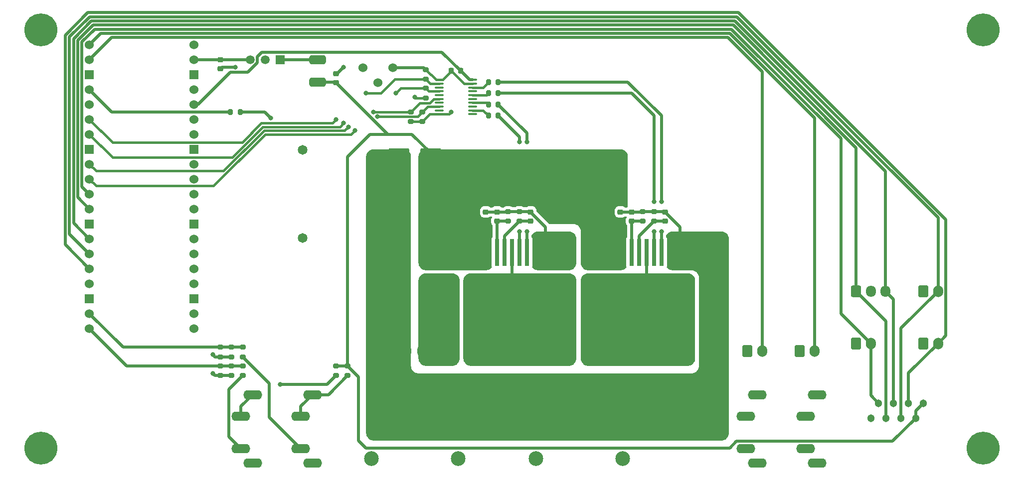
<source format=gbr>
%TF.GenerationSoftware,KiCad,Pcbnew,6.0.2+dfsg-1*%
%TF.CreationDate,2022-12-07T15:13:48-05:00*%
%TF.ProjectId,dragon-lair-board,64726167-6f6e-42d6-9c61-69722d626f61,rev?*%
%TF.SameCoordinates,Original*%
%TF.FileFunction,Copper,L1,Top*%
%TF.FilePolarity,Positive*%
%FSLAX46Y46*%
G04 Gerber Fmt 4.6, Leading zero omitted, Abs format (unit mm)*
G04 Created by KiCad (PCBNEW 6.0.2+dfsg-1) date 2022-12-07 15:13:48*
%MOMM*%
%LPD*%
G01*
G04 APERTURE LIST*
G04 Aperture macros list*
%AMRoundRect*
0 Rectangle with rounded corners*
0 $1 Rounding radius*
0 $2 $3 $4 $5 $6 $7 $8 $9 X,Y pos of 4 corners*
0 Add a 4 corners polygon primitive as box body*
4,1,4,$2,$3,$4,$5,$6,$7,$8,$9,$2,$3,0*
0 Add four circle primitives for the rounded corners*
1,1,$1+$1,$2,$3*
1,1,$1+$1,$4,$5*
1,1,$1+$1,$6,$7*
1,1,$1+$1,$8,$9*
0 Add four rect primitives between the rounded corners*
20,1,$1+$1,$2,$3,$4,$5,0*
20,1,$1+$1,$4,$5,$6,$7,0*
20,1,$1+$1,$6,$7,$8,$9,0*
20,1,$1+$1,$8,$9,$2,$3,0*%
G04 Aperture macros list end*
%TA.AperFunction,ComponentPad*%
%ADD10C,1.651000*%
%TD*%
%TA.AperFunction,SMDPad,CuDef*%
%ADD11RoundRect,0.200000X0.275000X-0.200000X0.275000X0.200000X-0.275000X0.200000X-0.275000X-0.200000X0*%
%TD*%
%TA.AperFunction,SMDPad,CuDef*%
%ADD12R,0.800000X4.600000*%
%TD*%
%TA.AperFunction,SMDPad,CuDef*%
%ADD13R,10.800000X9.400000*%
%TD*%
%TA.AperFunction,SMDPad,CuDef*%
%ADD14RoundRect,0.200000X0.200000X0.275000X-0.200000X0.275000X-0.200000X-0.275000X0.200000X-0.275000X0*%
%TD*%
%TA.AperFunction,SMDPad,CuDef*%
%ADD15RoundRect,0.200000X-0.275000X0.200000X-0.275000X-0.200000X0.275000X-0.200000X0.275000X0.200000X0*%
%TD*%
%TA.AperFunction,ComponentPad*%
%ADD16RoundRect,0.250000X-0.600000X-0.750000X0.600000X-0.750000X0.600000X0.750000X-0.600000X0.750000X0*%
%TD*%
%TA.AperFunction,ComponentPad*%
%ADD17O,1.700000X2.000000*%
%TD*%
%TA.AperFunction,SMDPad,CuDef*%
%ADD18RoundRect,0.225000X-0.250000X0.225000X-0.250000X-0.225000X0.250000X-0.225000X0.250000X0.225000X0*%
%TD*%
%TA.AperFunction,SMDPad,CuDef*%
%ADD19RoundRect,0.225000X0.250000X-0.225000X0.250000X0.225000X-0.250000X0.225000X-0.250000X-0.225000X0*%
%TD*%
%TA.AperFunction,ComponentPad*%
%ADD20O,3.200000X1.600000*%
%TD*%
%TA.AperFunction,ComponentPad*%
%ADD21C,5.600000*%
%TD*%
%TA.AperFunction,SMDPad,CuDef*%
%ADD22RoundRect,0.250000X1.500000X0.550000X-1.500000X0.550000X-1.500000X-0.550000X1.500000X-0.550000X0*%
%TD*%
%TA.AperFunction,ComponentPad*%
%ADD23C,1.524000*%
%TD*%
%TA.AperFunction,SMDPad,CuDef*%
%ADD24RoundRect,0.400000X-1.000000X0.400000X-1.000000X-0.400000X1.000000X-0.400000X1.000000X0.400000X0*%
%TD*%
%TA.AperFunction,ComponentPad*%
%ADD25C,1.303000*%
%TD*%
%TA.AperFunction,SMDPad,CuDef*%
%ADD26RoundRect,0.200000X-0.200000X-0.275000X0.200000X-0.275000X0.200000X0.275000X-0.200000X0.275000X0*%
%TD*%
%TA.AperFunction,ComponentPad*%
%ADD27RoundRect,0.250000X-0.600000X-0.725000X0.600000X-0.725000X0.600000X0.725000X-0.600000X0.725000X0*%
%TD*%
%TA.AperFunction,ComponentPad*%
%ADD28O,1.700000X1.950000*%
%TD*%
%TA.AperFunction,ComponentPad*%
%ADD29C,3.500000*%
%TD*%
%TA.AperFunction,ComponentPad*%
%ADD30R,1.524000X1.524000*%
%TD*%
%TA.AperFunction,ComponentPad*%
%ADD31C,2.500000*%
%TD*%
%TA.AperFunction,ComponentPad*%
%ADD32O,7.000000X3.000000*%
%TD*%
%TA.AperFunction,SMDPad,CuDef*%
%ADD33RoundRect,0.100000X-0.637500X-0.100000X0.637500X-0.100000X0.637500X0.100000X-0.637500X0.100000X0*%
%TD*%
%TA.AperFunction,SMDPad,CuDef*%
%ADD34RoundRect,0.225000X0.225000X0.250000X-0.225000X0.250000X-0.225000X-0.250000X0.225000X-0.250000X0*%
%TD*%
%TA.AperFunction,ComponentPad*%
%ADD35R,1.508000X1.508000*%
%TD*%
%TA.AperFunction,ComponentPad*%
%ADD36C,1.508000*%
%TD*%
%TA.AperFunction,ViaPad*%
%ADD37C,0.800000*%
%TD*%
%TA.AperFunction,Conductor*%
%ADD38C,0.508000*%
%TD*%
%TA.AperFunction,Conductor*%
%ADD39C,0.400000*%
%TD*%
G04 APERTURE END LIST*
D10*
%TO.P,BZ1,1,-*%
%TO.N,BUZZER*%
X77470000Y-76320000D03*
%TO.P,BZ1,2,+*%
%TO.N,GND*%
X77470000Y-91320000D03*
%TD*%
D11*
%TO.P,R3,1*%
%TO.N,GND*%
X97790000Y-71500000D03*
%TO.P,R3,2*%
%TO.N,ON_B*%
X97790000Y-69850000D03*
%TD*%
D12*
%TO.P,Q1,1*%
%TO.N,GND*%
X139700000Y-93720000D03*
%TO.P,Q1,2,IN*%
%TO.N,IN_A*%
X138430000Y-93720000D03*
%TO.P,Q1,3,INH*%
%TO.N,INH_A*%
X137160000Y-93720000D03*
%TO.P,Q1,4*%
%TO.N,MOTOR_A*%
X135890000Y-93720000D03*
%TO.P,Q1,5,SR*%
%TO.N,Net-(C12-Pad1)*%
X134620000Y-93720000D03*
%TO.P,Q1,6,IS*%
%TO.N,Net-(C11-Pad1)*%
X133350000Y-93720000D03*
%TO.P,Q1,7*%
%TO.N,+12V*%
X132080000Y-93720000D03*
D13*
%TO.P,Q1,8*%
%TO.N,MOTOR_A*%
X135890000Y-102870000D03*
%TD*%
D14*
%TO.P,R14,1*%
%TO.N,INH_B*%
X110680000Y-70485000D03*
%TO.P,R14,2*%
%TO.N,Net-(R14-Pad2)*%
X109030000Y-70485000D03*
%TD*%
D15*
%TO.P,R2,1*%
%TO.N,SAFE_TO_MOVE_2*%
X63500000Y-109855000D03*
%TO.P,R2,2*%
%TO.N,GND*%
X63500000Y-111505000D03*
%TD*%
D16*
%TO.P,J5,1,Pin_1*%
%TO.N,GND*%
X182880000Y-109220000D03*
D17*
%TO.P,J5,2,Pin_2*%
%TO.N,OPEN*%
X185380000Y-109220000D03*
%TD*%
D16*
%TO.P,J4,1,Pin_1*%
%TO.N,GND*%
X182880000Y-100330000D03*
D17*
%TO.P,J4,2,Pin_2*%
%TO.N,CLOSE*%
X185380000Y-100330000D03*
%TD*%
D18*
%TO.P,C2,1*%
%TO.N,+5V*%
X63500000Y-60960000D03*
%TO.P,C2,2*%
%TO.N,GND*%
X63500000Y-62510000D03*
%TD*%
D11*
%TO.P,R20,1*%
%TO.N,GND*%
X65405000Y-111505000D03*
%TO.P,R20,2*%
%TO.N,SAFE_TO_MOVE_2*%
X65405000Y-109855000D03*
%TD*%
%TO.P,R13,1*%
%TO.N,GND*%
X95885000Y-71500000D03*
%TO.P,R13,2*%
%TO.N,BACKWARD_MOTOR*%
X95885000Y-69850000D03*
%TD*%
D15*
%TO.P,R19,1*%
%TO.N,SAFE_TO_MOVE_2*%
X67310000Y-109855000D03*
%TO.P,R19,2*%
%TO.N,Net-(J7-Pad2)*%
X67310000Y-111505000D03*
%TD*%
D19*
%TO.P,C5,1*%
%TO.N,+12V*%
X108585000Y-88405000D03*
%TO.P,C5,2*%
%TO.N,GND*%
X108585000Y-86855000D03*
%TD*%
D20*
%TO.P,J9,1*%
%TO.N,GND*%
X164872500Y-129530000D03*
%TO.P,J9,2*%
%TO.N,OPEN_LIMIT*%
X162872500Y-127130000D03*
%TO.P,J9,3*%
%TO.N,unconnected-(J9-Pad3)*%
X162872500Y-121630000D03*
%TO.P,J9,4*%
%TO.N,unconnected-(J9-Pad4)*%
X164872500Y-117930000D03*
%TD*%
D21*
%TO.P,H4,1,1*%
%TO.N,unconnected-(H4-Pad1)*%
X193040000Y-127000000D03*
%TD*%
D19*
%TO.P,C9,1*%
%TO.N,MOTOR_A*%
X142875000Y-97930000D03*
%TO.P,C9,2*%
%TO.N,GND*%
X142875000Y-96380000D03*
%TD*%
D21*
%TO.P,H2,1,1*%
%TO.N,unconnected-(H2-Pad1)*%
X33020000Y-127000000D03*
%TD*%
D11*
%TO.P,R16,1*%
%TO.N,Net-(C12-Pad1)*%
X137160000Y-88455000D03*
%TO.P,R16,2*%
%TO.N,GND*%
X137160000Y-86805000D03*
%TD*%
D16*
%TO.P,J2,1,Pin_1*%
%TO.N,GND*%
X153035000Y-110490000D03*
D17*
%TO.P,J2,2,Pin_2*%
%TO.N,CLOSE_LIMIT*%
X155535000Y-110490000D03*
%TD*%
D22*
%TO.P,C4,1*%
%TO.N,+12V*%
X99220000Y-76835000D03*
%TO.P,C4,2*%
%TO.N,GND*%
X93820000Y-76835000D03*
%TD*%
D19*
%TO.P,C14,1*%
%TO.N,Net-(C14-Pad1)*%
X110490000Y-88405000D03*
%TO.P,C14,2*%
%TO.N,GND*%
X110490000Y-86855000D03*
%TD*%
D15*
%TO.P,R21,1*%
%TO.N,SAFE_TO_MOVE_1*%
X67310000Y-113030000D03*
%TO.P,R21,2*%
%TO.N,Net-(J8-Pad2)*%
X67310000Y-114680000D03*
%TD*%
D21*
%TO.P,H3,1,1*%
%TO.N,unconnected-(H3-Pad1)*%
X33020000Y-55880000D03*
%TD*%
D23*
%TO.P,RV1,1,1*%
%TO.N,ADC_REF*%
X87725000Y-62325000D03*
%TO.P,RV1,2,2*%
%TO.N,MAX_SPEED*%
X90265000Y-64865000D03*
%TO.P,RV1,3,3*%
%TO.N,GND*%
X92805000Y-62325000D03*
%TD*%
D21*
%TO.P,H1,1,1*%
%TO.N,unconnected-(H1-Pad1)*%
X193040000Y-55880000D03*
%TD*%
D11*
%TO.P,R18,1*%
%TO.N,Net-(C14-Pad1)*%
X112395000Y-88455000D03*
%TO.P,R18,2*%
%TO.N,GND*%
X112395000Y-86805000D03*
%TD*%
D24*
%TO.P,D1,1,K*%
%TO.N,Net-(D1-Pad1)*%
X80010000Y-60960000D03*
%TO.P,D1,2,A*%
%TO.N,+12V*%
X80010000Y-64760000D03*
%TD*%
D14*
%TO.P,R9,1*%
%TO.N,INH_A*%
X110680000Y-66675000D03*
%TO.P,R9,2*%
%TO.N,Net-(R9-Pad2)*%
X109030000Y-66675000D03*
%TD*%
D11*
%TO.P,R22,1*%
%TO.N,GND*%
X65405000Y-114680000D03*
%TO.P,R22,2*%
%TO.N,SAFE_TO_MOVE_1*%
X65405000Y-113030000D03*
%TD*%
D20*
%TO.P,J10,1*%
%TO.N,GND*%
X154712500Y-129530000D03*
%TO.P,J10,2*%
%TO.N,CLOSE_LIMIT*%
X152712500Y-127130000D03*
%TO.P,J10,3*%
%TO.N,unconnected-(J10-Pad3)*%
X152712500Y-121630000D03*
%TO.P,J10,4*%
%TO.N,unconnected-(J10-Pad4)*%
X154712500Y-117930000D03*
%TD*%
D11*
%TO.P,R15,1*%
%TO.N,Net-(C11-Pad1)*%
X135255000Y-88455000D03*
%TO.P,R15,2*%
%TO.N,GND*%
X135255000Y-86805000D03*
%TD*%
D14*
%TO.P,R12,1*%
%TO.N,IN_B*%
X110680000Y-68580000D03*
%TO.P,R12,2*%
%TO.N,Net-(R12-Pad2)*%
X109030000Y-68580000D03*
%TD*%
D19*
%TO.P,C1,1*%
%TO.N,+12V*%
X83185000Y-64910000D03*
%TO.P,C1,2*%
%TO.N,GND*%
X83185000Y-63360000D03*
%TD*%
D11*
%TO.P,R6,1*%
%TO.N,Net-(J8-Pad3)*%
X83185000Y-114680000D03*
%TO.P,R6,2*%
%TO.N,+12V*%
X83185000Y-113030000D03*
%TD*%
D25*
%TO.P,J15,1,1*%
%TO.N,GND*%
X173990000Y-121920000D03*
%TO.P,J15,2,2*%
%TO.N,ABORT*%
X175260000Y-119380000D03*
%TO.P,J15,3,3*%
%TO.N,TOGGLE_OPEN*%
X176530000Y-121920000D03*
%TO.P,J15,4,4*%
%TO.N,TOGGLE_CLOSE*%
X177800000Y-119380000D03*
%TO.P,J15,5,5*%
%TO.N,CLOSE*%
X179070000Y-121920000D03*
%TO.P,J15,6,6*%
%TO.N,OPEN*%
X180340000Y-119380000D03*
%TO.P,J15,7,7*%
%TO.N,+12V*%
X181610000Y-121920000D03*
%TO.P,J15,8,8*%
X182880000Y-119380000D03*
%TD*%
D19*
%TO.P,C6,1*%
%TO.N,+12V*%
X131445000Y-88405000D03*
%TO.P,C6,2*%
%TO.N,GND*%
X131445000Y-86855000D03*
%TD*%
D16*
%TO.P,J6,1,Pin_1*%
%TO.N,GND*%
X171450000Y-109220000D03*
D17*
%TO.P,J6,2,Pin_2*%
%TO.N,ABORT*%
X173950000Y-109220000D03*
%TD*%
D26*
%TO.P,R11,1*%
%TO.N,Net-(R11-Pad1)*%
X65215000Y-69850000D03*
%TO.P,R11,2*%
%TO.N,BUZZER*%
X66865000Y-69850000D03*
%TD*%
D19*
%TO.P,C12,1*%
%TO.N,Net-(C12-Pad1)*%
X139065000Y-88405000D03*
%TO.P,C12,2*%
%TO.N,GND*%
X139065000Y-86855000D03*
%TD*%
D11*
%TO.P,R5,1*%
%TO.N,Net-(J7-Pad3)*%
X85090000Y-114680000D03*
%TO.P,R5,2*%
%TO.N,+12V*%
X85090000Y-113030000D03*
%TD*%
D27*
%TO.P,J1,1,Pin_1*%
%TO.N,TOGGLE_OPEN*%
X171450000Y-100330000D03*
D28*
%TO.P,J1,2,Pin_2*%
%TO.N,GND*%
X173950000Y-100330000D03*
%TO.P,J1,3,Pin_3*%
%TO.N,TOGGLE_CLOSE*%
X176450000Y-100330000D03*
%TD*%
D11*
%TO.P,R10,1*%
%TO.N,GND*%
X98425000Y-67500000D03*
%TO.P,R10,2*%
%TO.N,ON_A*%
X98425000Y-65850000D03*
%TD*%
D16*
%TO.P,J3,1,Pin_1*%
%TO.N,GND*%
X161925000Y-110490000D03*
D17*
%TO.P,J3,2,Pin_2*%
%TO.N,OPEN_LIMIT*%
X164425000Y-110490000D03*
%TD*%
D18*
%TO.P,C7,1*%
%TO.N,+12V*%
X128905000Y-96380000D03*
%TO.P,C7,2*%
%TO.N,MOTOR_A*%
X128905000Y-97930000D03*
%TD*%
D11*
%TO.P,R17,1*%
%TO.N,Net-(C13-Pad1)*%
X114300000Y-88455000D03*
%TO.P,R17,2*%
%TO.N,GND*%
X114300000Y-86805000D03*
%TD*%
D20*
%TO.P,J8,1*%
%TO.N,GND*%
X68987500Y-129530000D03*
%TO.P,J8,2*%
%TO.N,Net-(J8-Pad2)*%
X66987500Y-127130000D03*
%TO.P,J8,3*%
%TO.N,Net-(J8-Pad3)*%
X66987500Y-121630000D03*
%TO.P,J8,4*%
X68987500Y-117930000D03*
%TD*%
D29*
%TO.P,F1,1*%
%TO.N,12V_UNFUSED*%
X100330000Y-104140000D03*
X100330000Y-99060000D03*
%TO.P,F1,2*%
%TO.N,+12V*%
X100330000Y-95000000D03*
X100330000Y-89920000D03*
%TD*%
D19*
%TO.P,C11,1*%
%TO.N,Net-(C11-Pad1)*%
X133350000Y-88405000D03*
%TO.P,C11,2*%
%TO.N,GND*%
X133350000Y-86855000D03*
%TD*%
D12*
%TO.P,Q2,1*%
%TO.N,GND*%
X116840000Y-93720000D03*
%TO.P,Q2,2,IN*%
%TO.N,IN_B*%
X115570000Y-93720000D03*
%TO.P,Q2,3,INH*%
%TO.N,INH_B*%
X114300000Y-93720000D03*
%TO.P,Q2,4*%
%TO.N,MOTOR_B*%
X113030000Y-93720000D03*
%TO.P,Q2,5,SR*%
%TO.N,Net-(C13-Pad1)*%
X111760000Y-93720000D03*
%TO.P,Q2,6,IS*%
%TO.N,Net-(C14-Pad1)*%
X110490000Y-93720000D03*
%TO.P,Q2,7*%
%TO.N,+12V*%
X109220000Y-93720000D03*
D13*
%TO.P,Q2,8*%
%TO.N,MOTOR_B*%
X113030000Y-102870000D03*
%TD*%
D15*
%TO.P,R8,1*%
%TO.N,GND*%
X98425000Y-62675000D03*
%TO.P,R8,2*%
%TO.N,FOREWARD_MOTOR*%
X98425000Y-64325000D03*
%TD*%
D14*
%TO.P,R7,1*%
%TO.N,IN_A*%
X110680000Y-64770000D03*
%TO.P,R7,2*%
%TO.N,Net-(R7-Pad2)*%
X109030000Y-64770000D03*
%TD*%
D23*
%TO.P,U1,1,GP0*%
%TO.N,OPEN_LIMIT*%
X41275000Y-58420000D03*
%TO.P,U1,2,GP1*%
%TO.N,CLOSE_LIMIT*%
X41275000Y-60960000D03*
D30*
%TO.P,U1,3,GND*%
%TO.N,GND*%
X41275000Y-63500000D03*
D23*
%TO.P,U1,4,GP2*%
%TO.N,Net-(R11-Pad1)*%
X41275000Y-66040000D03*
%TO.P,U1,5,GP3*%
%TO.N,unconnected-(U1-Pad5)*%
X41275000Y-68580000D03*
%TO.P,U1,6,GP4*%
%TO.N,FOREWARD_MOTOR*%
X41275000Y-71120000D03*
%TO.P,U1,7,GP5*%
%TO.N,ON_A*%
X41275000Y-73660000D03*
D30*
%TO.P,U1,8,GND*%
%TO.N,GND*%
X41275000Y-76200000D03*
D23*
%TO.P,U1,9,GP6*%
%TO.N,BACKWARD_MOTOR*%
X41275000Y-78740000D03*
%TO.P,U1,10,GP7*%
%TO.N,ON_B*%
X41275000Y-81280000D03*
%TO.P,U1,11,GP8*%
%TO.N,ABORT*%
X41275000Y-83820000D03*
%TO.P,U1,12,GP9*%
%TO.N,TOGGLE_OPEN*%
X41275000Y-86360000D03*
D30*
%TO.P,U1,13,GND*%
%TO.N,GND*%
X41275000Y-88900000D03*
D23*
%TO.P,U1,14,GP10*%
%TO.N,TOGGLE_CLOSE*%
X41275000Y-91440000D03*
%TO.P,U1,15,GP11*%
%TO.N,CLOSE*%
X41275000Y-93980000D03*
%TO.P,U1,16,GP12*%
%TO.N,OPEN*%
X41275000Y-96520000D03*
%TO.P,U1,17,GP13*%
%TO.N,unconnected-(U1-Pad17)*%
X41275000Y-99060000D03*
D30*
%TO.P,U1,18,GND*%
%TO.N,GND*%
X41275000Y-101600000D03*
D23*
%TO.P,U1,19,GP14*%
%TO.N,SAFE_TO_MOVE_2*%
X41275000Y-104140000D03*
%TO.P,U1,20,GP15*%
%TO.N,SAFE_TO_MOVE_1*%
X41275000Y-106680000D03*
%TO.P,U1,21,GP16*%
%TO.N,unconnected-(U1-Pad21)*%
X59055000Y-106680000D03*
%TO.P,U1,22,GP17*%
%TO.N,unconnected-(U1-Pad22)*%
X59055000Y-104140000D03*
D30*
%TO.P,U1,23,GND*%
%TO.N,GND*%
X59055000Y-101600000D03*
D23*
%TO.P,U1,24,GP18*%
%TO.N,unconnected-(U1-Pad24)*%
X59055000Y-99060000D03*
%TO.P,U1,25,GP19*%
%TO.N,unconnected-(U1-Pad25)*%
X59055000Y-96520000D03*
%TO.P,U1,26,GP20*%
%TO.N,unconnected-(U1-Pad26)*%
X59055000Y-93980000D03*
%TO.P,U1,27,GP21*%
%TO.N,unconnected-(U1-Pad27)*%
X59055000Y-91440000D03*
D30*
%TO.P,U1,28,GND*%
%TO.N,GND*%
X59055000Y-88900000D03*
D23*
%TO.P,U1,29,GP22*%
%TO.N,unconnected-(U1-Pad29)*%
X59055000Y-86360000D03*
%TO.P,U1,30,RUN*%
%TO.N,unconnected-(U1-Pad30)*%
X59055000Y-83820000D03*
%TO.P,U1,31,GP26*%
%TO.N,unconnected-(U1-Pad31)*%
X59055000Y-81280000D03*
%TO.P,U1,32,GP27*%
%TO.N,unconnected-(U1-Pad32)*%
X59055000Y-78740000D03*
D30*
%TO.P,U1,33,GND*%
%TO.N,GND*%
X59055000Y-76200000D03*
D23*
%TO.P,U1,34,GP28*%
%TO.N,MAX_SPEED*%
X59055000Y-73660000D03*
%TO.P,U1,35,ADC_REF*%
%TO.N,ADC_REF*%
X59055000Y-71120000D03*
%TO.P,U1,36,3V3*%
%TO.N,+3.3V*%
X59055000Y-68580000D03*
%TO.P,U1,37,3V3_EN*%
%TO.N,unconnected-(U1-Pad37)*%
X59055000Y-66040000D03*
D30*
%TO.P,U1,38,GND*%
%TO.N,GND*%
X59055000Y-63500000D03*
D23*
%TO.P,U1,39,VSYS*%
%TO.N,+5V*%
X59055000Y-60960000D03*
%TO.P,U1,40,VBUS*%
%TO.N,unconnected-(U1-Pad40)*%
X59055000Y-58420000D03*
%TD*%
D19*
%TO.P,C13,1*%
%TO.N,Net-(C13-Pad1)*%
X116205000Y-88405000D03*
%TO.P,C13,2*%
%TO.N,GND*%
X116205000Y-86855000D03*
%TD*%
%TO.P,C10,1*%
%TO.N,MOTOR_B*%
X120015000Y-97930000D03*
%TO.P,C10,2*%
%TO.N,GND*%
X120015000Y-96380000D03*
%TD*%
D31*
%TO.P,J11,*%
%TO.N,*%
X103846000Y-128838000D03*
X89114000Y-128838000D03*
D32*
%TO.P,J11,1,+*%
%TO.N,12V_UNFUSED*%
X100417000Y-110550000D03*
%TO.P,J11,2,-*%
%TO.N,GND*%
X92416000Y-110550000D03*
%TD*%
D33*
%TO.P,U7,1,1OE*%
%TO.N,GND*%
X100642500Y-64385000D03*
%TO.P,U7,2,1A1*%
%TO.N,FOREWARD_MOTOR*%
X100642500Y-65035000D03*
%TO.P,U7,3,2Y4*%
%TO.N,unconnected-(U7-Pad3)*%
X100642500Y-65685000D03*
%TO.P,U7,4,1A2*%
%TO.N,ON_A*%
X100642500Y-66335000D03*
%TO.P,U7,5,2Y3*%
%TO.N,unconnected-(U7-Pad5)*%
X100642500Y-66985000D03*
%TO.P,U7,6,1A3*%
%TO.N,BACKWARD_MOTOR*%
X100642500Y-67635000D03*
%TO.P,U7,7,2Y2*%
%TO.N,unconnected-(U7-Pad7)*%
X100642500Y-68285000D03*
%TO.P,U7,8,1A4*%
%TO.N,ON_B*%
X100642500Y-68935000D03*
%TO.P,U7,9,2Y1*%
%TO.N,unconnected-(U7-Pad9)*%
X100642500Y-69585000D03*
%TO.P,U7,10,GND*%
%TO.N,GND*%
X100642500Y-70235000D03*
%TO.P,U7,11,2A1*%
%TO.N,unconnected-(U7-Pad11)*%
X106367500Y-70235000D03*
%TO.P,U7,12,1Y4*%
%TO.N,Net-(R14-Pad2)*%
X106367500Y-69585000D03*
%TO.P,U7,13,2A2*%
%TO.N,unconnected-(U7-Pad13)*%
X106367500Y-68935000D03*
%TO.P,U7,14,1Y3*%
%TO.N,Net-(R12-Pad2)*%
X106367500Y-68285000D03*
%TO.P,U7,15,2A3*%
%TO.N,unconnected-(U7-Pad15)*%
X106367500Y-67635000D03*
%TO.P,U7,16,1Y2*%
%TO.N,Net-(R9-Pad2)*%
X106367500Y-66985000D03*
%TO.P,U7,17,2A4*%
%TO.N,unconnected-(U7-Pad17)*%
X106367500Y-66335000D03*
%TO.P,U7,18,1Y1*%
%TO.N,Net-(R7-Pad2)*%
X106367500Y-65685000D03*
%TO.P,U7,19,2OE*%
%TO.N,GND*%
X106367500Y-65035000D03*
%TO.P,U7,20,VCC*%
%TO.N,+3.3V*%
X106367500Y-64385000D03*
%TD*%
D31*
%TO.P,J13,*%
%TO.N,*%
X131786000Y-128838000D03*
X117054000Y-128838000D03*
D32*
%TO.P,J13,1,+*%
%TO.N,MOTOR_A*%
X128357000Y-110550000D03*
%TO.P,J13,2,-*%
%TO.N,MOTOR_B*%
X120356000Y-110550000D03*
%TD*%
D15*
%TO.P,R1,1*%
%TO.N,SAFE_TO_MOVE_1*%
X63500000Y-113030000D03*
%TO.P,R1,2*%
%TO.N,GND*%
X63500000Y-114680000D03*
%TD*%
D34*
%TO.P,C3,1*%
%TO.N,+3.3V*%
X104280000Y-62865000D03*
%TO.P,C3,2*%
%TO.N,GND*%
X102730000Y-62865000D03*
%TD*%
D18*
%TO.P,C8,1*%
%TO.N,+12V*%
X106045000Y-96380000D03*
%TO.P,C8,2*%
%TO.N,MOTOR_B*%
X106045000Y-97930000D03*
%TD*%
D20*
%TO.P,J7,1*%
%TO.N,GND*%
X79147500Y-129530000D03*
%TO.P,J7,2*%
%TO.N,Net-(J7-Pad2)*%
X77147500Y-127130000D03*
%TO.P,J7,3*%
%TO.N,Net-(J7-Pad3)*%
X77147500Y-121630000D03*
%TO.P,J7,4*%
X79147500Y-117930000D03*
%TD*%
D35*
%TO.P,PS1,1,+VIN*%
%TO.N,Net-(D1-Pad1)*%
X73660000Y-60960000D03*
D36*
%TO.P,PS1,2,GND/-VOUT*%
%TO.N,GND*%
X71120000Y-60960000D03*
%TO.P,PS1,3,+VOUT/GND*%
%TO.N,+5V*%
X68580000Y-60960000D03*
%TD*%
D37*
%TO.N,GND*%
X96520000Y-67310000D03*
%TO.N,BUZZER*%
X72012500Y-70862500D03*
%TO.N,ON_B*%
X90170000Y-70649500D03*
%TO.N,BACKWARD_MOTOR*%
X89535000Y-69850000D03*
%TO.N,ON_A*%
X93345000Y-66675000D03*
%TO.N,ON_B*%
X86360000Y-73025000D03*
%TO.N,BACKWARD_MOTOR*%
X85254500Y-72390000D03*
%TO.N,ON_A*%
X84455000Y-71755000D03*
%TO.N,Net-(J8-Pad3)*%
X73660000Y-116205000D03*
%TO.N,MOTOR_B*%
X109220000Y-100965000D03*
X109220000Y-106680000D03*
X113030000Y-104775000D03*
X111125000Y-102870000D03*
X116840000Y-106680000D03*
X114935000Y-100965000D03*
X116840000Y-102870000D03*
X114935000Y-104775000D03*
X116840000Y-104775000D03*
X114935000Y-102870000D03*
X109220000Y-104775000D03*
X114935000Y-99060000D03*
X109220000Y-102870000D03*
X111125000Y-100965000D03*
X113030000Y-102870000D03*
X111125000Y-99060000D03*
X109220000Y-99060000D03*
X111125000Y-104775000D03*
X116840000Y-100965000D03*
X116840000Y-99060000D03*
X114935000Y-106680000D03*
X113030000Y-100965000D03*
X111125000Y-106680000D03*
X113030000Y-99060000D03*
X113030000Y-106680000D03*
%TO.N,GND*%
X120015000Y-93345000D03*
X144145000Y-92075000D03*
X118745000Y-90805000D03*
X141605000Y-90805000D03*
X122555000Y-94615000D03*
X121285000Y-92075000D03*
X142875000Y-93345000D03*
X144145000Y-90805000D03*
X141605000Y-93345000D03*
X118745000Y-93345000D03*
X145415000Y-93345000D03*
X141605000Y-92075000D03*
X145415000Y-94615000D03*
X121285000Y-94615000D03*
X141605000Y-95885000D03*
X145415000Y-92075000D03*
X144145000Y-93345000D03*
X122555000Y-90805000D03*
X62230000Y-111125000D03*
X144145000Y-95885000D03*
X120015000Y-92075000D03*
X118745000Y-92075000D03*
X120015000Y-90805000D03*
X84455000Y-62230000D03*
X144145000Y-94615000D03*
X122555000Y-92075000D03*
X121285000Y-95885000D03*
X102730000Y-69850000D03*
X62230000Y-114300000D03*
X118745000Y-94615000D03*
X141605000Y-94615000D03*
X122555000Y-95885000D03*
X120015000Y-94615000D03*
X142875000Y-94615000D03*
X142875000Y-92075000D03*
X145415000Y-95885000D03*
X142875000Y-90805000D03*
X118745000Y-95885000D03*
X121285000Y-90805000D03*
X145415000Y-90805000D03*
X121285000Y-93345000D03*
X66040000Y-62230000D03*
X122555000Y-93345000D03*
%TO.N,MOTOR_A*%
X132080000Y-104775000D03*
X132080000Y-106680000D03*
X133985000Y-102870000D03*
X139700000Y-100965000D03*
X132080000Y-102870000D03*
X135890000Y-99060000D03*
X139700000Y-102870000D03*
X137795000Y-99060000D03*
X135890000Y-100965000D03*
X137795000Y-100965000D03*
X133985000Y-100965000D03*
X133985000Y-99060000D03*
X133985000Y-104775000D03*
X137795000Y-106680000D03*
X133985000Y-106680000D03*
X135890000Y-106680000D03*
X137795000Y-104775000D03*
X139700000Y-106680000D03*
X132080000Y-100965000D03*
X139700000Y-99060000D03*
X132080000Y-99060000D03*
X135890000Y-102870000D03*
X137795000Y-102870000D03*
X135890000Y-104775000D03*
X139700000Y-104775000D03*
%TO.N,FOREWARD_MOTOR*%
X83185000Y-71120000D03*
X88265000Y-66675000D03*
%TO.N,IN_A*%
X138430000Y-90170000D03*
X138430000Y-85090000D03*
%TO.N,INH_A*%
X137160000Y-85090000D03*
X137160000Y-90170000D03*
%TO.N,IN_B*%
X115570000Y-90170000D03*
X115570000Y-74930000D03*
%TO.N,INH_B*%
X114300000Y-74930000D03*
X114300000Y-90170000D03*
%TD*%
D38*
%TO.N,INH_A*%
X137160000Y-85090000D02*
X137160000Y-70485000D01*
X137160000Y-70485000D02*
X133350000Y-66675000D01*
X133350000Y-66675000D02*
X110680000Y-66675000D01*
%TO.N,IN_B*%
X110680000Y-68580000D02*
X115570000Y-73470000D01*
X115570000Y-73470000D02*
X115570000Y-74930000D01*
D39*
%TO.N,GND*%
X98425000Y-67500000D02*
X96710000Y-67500000D01*
X96710000Y-67500000D02*
X96520000Y-67310000D01*
%TO.N,ON_B*%
X90170000Y-70649500D02*
X90170020Y-70649520D01*
X90170020Y-70649520D02*
X96990480Y-70649520D01*
X96990480Y-70649520D02*
X97790000Y-69850000D01*
%TO.N,BACKWARD_MOTOR*%
X95885000Y-69850000D02*
X89535000Y-69850000D01*
%TO.N,ON_B*%
X86360000Y-73025000D02*
X85725000Y-73660000D01*
X85725000Y-73660000D02*
X71123550Y-73660000D01*
X71123550Y-73660000D02*
X62342039Y-82441511D01*
X62342039Y-82441511D02*
X42436511Y-82441511D01*
X42436511Y-82441511D02*
X41275000Y-81280000D01*
%TO.N,BACKWARD_MOTOR*%
X85254500Y-72390000D02*
X84619500Y-73025000D01*
X70910700Y-73025000D02*
X64034189Y-79901511D01*
X84619500Y-73025000D02*
X70910700Y-73025000D01*
X64034189Y-79901511D02*
X42436511Y-79901511D01*
X42436511Y-79901511D02*
X41275000Y-78740000D01*
%TO.N,ON_A*%
X84455000Y-71755000D02*
X83820000Y-72390000D01*
X83820000Y-72390000D02*
X70697850Y-72390000D01*
X70697850Y-72390000D02*
X65509361Y-77578489D01*
X65509361Y-77578489D02*
X45193489Y-77578489D01*
X45193489Y-77578489D02*
X41275000Y-73660000D01*
%TO.N,FOREWARD_MOTOR*%
X83185000Y-71120000D02*
X82550000Y-71755000D01*
X82550000Y-71755000D02*
X70485000Y-71755000D01*
X70485000Y-71755000D02*
X67201511Y-75038489D01*
X67201511Y-75038489D02*
X45193489Y-75038489D01*
X45193489Y-75038489D02*
X41275000Y-71120000D01*
%TO.N,ON_A*%
X93345000Y-66675000D02*
X94170000Y-65850000D01*
X94170000Y-65850000D02*
X98425000Y-65850000D01*
%TO.N,FOREWARD_MOTOR*%
X88265000Y-66675000D02*
X90805000Y-66675000D01*
X90805000Y-66675000D02*
X93155000Y-64325000D01*
X93155000Y-64325000D02*
X98425000Y-64325000D01*
%TO.N,BACKWARD_MOTOR*%
X100642500Y-67635000D02*
X99755978Y-67635000D01*
X99755978Y-67635000D02*
X99055498Y-68335480D01*
X99055498Y-68335480D02*
X97399520Y-68335480D01*
X97399520Y-68335480D02*
X95885000Y-69850000D01*
%TO.N,ON_B*%
X100642500Y-68935000D02*
X98705000Y-68935000D01*
X98705000Y-68935000D02*
X97790000Y-69850000D01*
%TO.N,GND*%
X97790000Y-71500000D02*
X95885000Y-71500000D01*
X100642500Y-70235000D02*
X99055000Y-70235000D01*
X99055000Y-70235000D02*
X97790000Y-71500000D01*
X102730000Y-69850000D02*
X102345000Y-70235000D01*
X102345000Y-70235000D02*
X100642500Y-70235000D01*
D38*
%TO.N,ABORT*%
X173950000Y-109220000D02*
X168910000Y-104180000D01*
X168910000Y-74391168D02*
X150308281Y-55789449D01*
X168910000Y-104180000D02*
X168910000Y-74391168D01*
X150308281Y-55789449D02*
X42186558Y-55789449D01*
X42186558Y-55789449D02*
X40005000Y-57971007D01*
X40005000Y-57971007D02*
X40005000Y-82550000D01*
X40005000Y-82550000D02*
X41275000Y-83820000D01*
%TO.N,TOGGLE_OPEN*%
X171450000Y-100330000D02*
X171450000Y-75930584D01*
X171450000Y-75930584D02*
X150601345Y-55081929D01*
X150601345Y-55081929D02*
X41893494Y-55081929D01*
X41893494Y-55081929D02*
X39297480Y-57677943D01*
X39297480Y-57677943D02*
X39297480Y-84382480D01*
X39297480Y-84382480D02*
X41275000Y-86360000D01*
%TO.N,TOGGLE_CLOSE*%
X176450000Y-100330000D02*
X176450000Y-79930000D01*
X41600430Y-54374409D02*
X38589960Y-57384879D01*
X176450000Y-79930000D02*
X150894409Y-54374409D01*
X38589960Y-88754960D02*
X41275000Y-91440000D01*
X150894409Y-54374409D02*
X41600430Y-54374409D01*
X38589960Y-57384879D02*
X38589960Y-88754960D01*
%TO.N,CLOSE*%
X185380000Y-100330000D02*
X185380000Y-87859416D01*
X185380000Y-87859416D02*
X151187473Y-53666889D01*
X151187473Y-53666889D02*
X41307366Y-53666889D01*
X37882440Y-90587440D02*
X41275000Y-93980000D01*
X41307366Y-53666889D02*
X37882440Y-57091815D01*
X37882440Y-57091815D02*
X37882440Y-90587440D01*
%TO.N,OPEN*%
X185380000Y-109220000D02*
X186683520Y-107916480D01*
X186683520Y-107916480D02*
X186683520Y-88162352D01*
X186683520Y-88162352D02*
X151480537Y-52959369D01*
X151480537Y-52959369D02*
X41014302Y-52959369D01*
X41014302Y-52959369D02*
X37174920Y-56798751D01*
X37174920Y-56798751D02*
X37174920Y-92419920D01*
X37174920Y-92419920D02*
X41275000Y-96520000D01*
%TO.N,+5V*%
X59055000Y-60960000D02*
X63500000Y-60960000D01*
X63500000Y-60960000D02*
X68580000Y-60960000D01*
%TO.N,+3.3V*%
X68164169Y-63083511D02*
X69787511Y-61460169D01*
X70557342Y-59690000D02*
X101105000Y-59690000D01*
X59690000Y-68580000D02*
X65186489Y-63083511D01*
X69787511Y-60459831D02*
X70557342Y-59690000D01*
X59055000Y-68580000D02*
X59690000Y-68580000D01*
X65186489Y-63083511D02*
X68164169Y-63083511D01*
X105796480Y-64381480D02*
X106367500Y-64381480D01*
X69787511Y-61460169D02*
X69787511Y-60459831D01*
X101105000Y-59690000D02*
X104280000Y-62865000D01*
X104280000Y-62865000D02*
X105796480Y-64381480D01*
%TO.N,TOGGLE_CLOSE*%
X176450000Y-100330000D02*
X177800000Y-101680000D01*
X177800000Y-101680000D02*
X177800000Y-119380000D01*
%TO.N,TOGGLE_OPEN*%
X171450000Y-100330000D02*
X176530000Y-105410000D01*
X176530000Y-105410000D02*
X176530000Y-121920000D01*
%TO.N,CLOSE_LIMIT*%
X45030511Y-57204489D02*
X41275000Y-60960000D01*
X155535000Y-110490000D02*
X155535000Y-63017336D01*
X155535000Y-63017336D02*
X149722153Y-57204489D01*
X149722153Y-57204489D02*
X45030511Y-57204489D01*
%TO.N,OPEN_LIMIT*%
X164425000Y-110490000D02*
X164425000Y-70906752D01*
X43198031Y-56496969D02*
X41275000Y-58420000D01*
X164425000Y-70906752D02*
X150015217Y-56496969D01*
X150015217Y-56496969D02*
X43198031Y-56496969D01*
%TO.N,CLOSE*%
X185380000Y-100330000D02*
X179070000Y-106640000D01*
X179070000Y-106640000D02*
X179070000Y-121920000D01*
%TO.N,OPEN*%
X180340000Y-114260000D02*
X185380000Y-109220000D01*
X180340000Y-119380000D02*
X180340000Y-114260000D01*
%TO.N,ABORT*%
X173950000Y-118070000D02*
X175260000Y-119380000D01*
X173950000Y-109220000D02*
X173950000Y-118070000D01*
%TO.N,Net-(J7-Pad2)*%
X67310000Y-111505000D02*
X71827520Y-116022520D01*
X71827520Y-116022520D02*
X71827520Y-121810020D01*
X71827520Y-121810020D02*
X77147500Y-127130000D01*
%TO.N,Net-(J7-Pad3)*%
X77147500Y-121630000D02*
X77147500Y-119930000D01*
X79147500Y-117930000D02*
X81840000Y-117930000D01*
X77147500Y-119930000D02*
X79147500Y-117930000D01*
X81840000Y-117930000D02*
X85090000Y-114680000D01*
%TO.N,Net-(J8-Pad2)*%
X66987500Y-127130000D02*
X64933980Y-125076480D01*
X64933980Y-125076480D02*
X64933980Y-117056020D01*
X64933980Y-117056020D02*
X67310000Y-114680000D01*
%TO.N,Net-(J8-Pad3)*%
X66987500Y-121630000D02*
X66987500Y-119930000D01*
X73660000Y-116205000D02*
X81660000Y-116205000D01*
X66987500Y-119930000D02*
X68987500Y-117930000D01*
X81660000Y-116205000D02*
X83185000Y-114680000D01*
%TO.N,SAFE_TO_MOVE_1*%
X63500000Y-113030000D02*
X65405000Y-113030000D01*
X63500000Y-113030000D02*
X47625000Y-113030000D01*
X65405000Y-113030000D02*
X67310000Y-113030000D01*
X47625000Y-113030000D02*
X41275000Y-106680000D01*
%TO.N,SAFE_TO_MOVE_2*%
X65405000Y-109855000D02*
X67310000Y-109855000D01*
X46990000Y-109855000D02*
X41275000Y-104140000D01*
X63500000Y-109855000D02*
X46990000Y-109855000D01*
X63500000Y-109855000D02*
X65405000Y-109855000D01*
%TO.N,MOTOR_B*%
X113030000Y-93605000D02*
X113030000Y-102755000D01*
%TO.N,BUZZER*%
X66865000Y-69850000D02*
X71000000Y-69850000D01*
X71000000Y-69850000D02*
X72012500Y-70862500D01*
%TO.N,Net-(D1-Pad1)*%
X73660000Y-60960000D02*
X80010000Y-60960000D01*
D39*
%TO.N,GND*%
X102345000Y-70235000D02*
X99945000Y-70235000D01*
D38*
X110490000Y-86855000D02*
X112345000Y-86855000D01*
D39*
X102730000Y-62935000D02*
X101280000Y-64385000D01*
D38*
X112395000Y-86805000D02*
X114300000Y-86805000D01*
X63500000Y-114680000D02*
X62610000Y-114680000D01*
D39*
X102730000Y-62865000D02*
X102730000Y-62935000D01*
D38*
X116155000Y-86805000D02*
X116205000Y-86855000D01*
X131445000Y-86855000D02*
X133350000Y-86855000D01*
X133350000Y-86855000D02*
X135205000Y-86855000D01*
X63500000Y-114680000D02*
X65405000Y-114680000D01*
X62610000Y-114680000D02*
X62230000Y-114300000D01*
D39*
X101280000Y-64385000D02*
X100642500Y-64385000D01*
D38*
X66040000Y-62230000D02*
X63780000Y-62230000D01*
X114300000Y-86805000D02*
X116155000Y-86805000D01*
X139065000Y-86855000D02*
X141605000Y-89395000D01*
X135255000Y-86805000D02*
X137160000Y-86805000D01*
X112345000Y-86855000D02*
X112395000Y-86805000D01*
X116205000Y-86855000D02*
X118745000Y-89395000D01*
X92805000Y-62325000D02*
X98075000Y-62325000D01*
X135205000Y-86855000D02*
X135255000Y-86805000D01*
X62610000Y-111505000D02*
X62230000Y-111125000D01*
X63500000Y-111505000D02*
X65405000Y-111505000D01*
D39*
X104900000Y-65035000D02*
X106367500Y-65035000D01*
X100638980Y-70235000D02*
X100642500Y-70238520D01*
X102730000Y-62865000D02*
X104900000Y-65035000D01*
D38*
X83325000Y-63360000D02*
X83185000Y-63360000D01*
X141605000Y-89395000D02*
X141605000Y-90805000D01*
X63500000Y-111505000D02*
X62610000Y-111505000D01*
X137160000Y-86805000D02*
X139015000Y-86805000D01*
X108585000Y-86855000D02*
X110490000Y-86855000D01*
X98075000Y-62325000D02*
X98425000Y-62675000D01*
X84455000Y-62230000D02*
X83325000Y-63360000D01*
X118745000Y-89395000D02*
X118745000Y-90805000D01*
X63780000Y-62230000D02*
X63500000Y-62510000D01*
D39*
X100642500Y-64385000D02*
X100135000Y-64385000D01*
X100135000Y-64385000D02*
X98425000Y-62675000D01*
D38*
X139015000Y-86805000D02*
X139065000Y-86855000D01*
%TO.N,+12V*%
X88900000Y-73660000D02*
X85090000Y-77470000D01*
X83035000Y-64760000D02*
X83185000Y-64910000D01*
X85090000Y-77470000D02*
X85090000Y-113030000D01*
X91935000Y-73660000D02*
X96045000Y-73660000D01*
X83185000Y-113030000D02*
X85090000Y-113030000D01*
X86995000Y-114935000D02*
X86995000Y-125730000D01*
X85090000Y-113030000D02*
X86995000Y-114935000D01*
X88265000Y-127000000D02*
X150006480Y-127000000D01*
X96045000Y-73660000D02*
X99220000Y-76835000D01*
X150006480Y-127000000D02*
X151130000Y-125876480D01*
X177653520Y-125876480D02*
X181610000Y-121920000D01*
X92710000Y-73660000D02*
X88900000Y-73660000D01*
X181610000Y-121920000D02*
X181610000Y-120650000D01*
X80010000Y-64760000D02*
X83035000Y-64760000D01*
X181610000Y-120650000D02*
X182880000Y-119380000D01*
X86995000Y-125730000D02*
X88265000Y-127000000D01*
X151130000Y-125876480D02*
X177653520Y-125876480D01*
X83185000Y-64910000D02*
X91935000Y-73660000D01*
%TO.N,Net-(R11-Pad1)*%
X45085000Y-69850000D02*
X41275000Y-66040000D01*
X65215000Y-69850000D02*
X45085000Y-69850000D01*
%TO.N,MOTOR_A*%
X135890000Y-93720000D02*
X135890000Y-102870000D01*
D39*
%TO.N,FOREWARD_MOTOR*%
X99135000Y-65035000D02*
X100642500Y-65035000D01*
X98425000Y-64325000D02*
X99135000Y-65035000D01*
%TO.N,ON_A*%
X98910000Y-66335000D02*
X100642500Y-66335000D01*
X98425000Y-65850000D02*
X98910000Y-66335000D01*
D38*
%TO.N,Net-(C11-Pad1)*%
X135205000Y-88405000D02*
X135255000Y-88455000D01*
X133350000Y-93720000D02*
X133350000Y-88405000D01*
X133350000Y-88405000D02*
X135205000Y-88405000D01*
%TO.N,Net-(C12-Pad1)*%
X134620000Y-90995000D02*
X137160000Y-88455000D01*
X134620000Y-93720000D02*
X134620000Y-90995000D01*
X137160000Y-88455000D02*
X139015000Y-88455000D01*
X139015000Y-88455000D02*
X139065000Y-88405000D01*
%TO.N,Net-(C13-Pad1)*%
X116155000Y-88455000D02*
X116205000Y-88405000D01*
X111760000Y-90995000D02*
X114300000Y-88455000D01*
X114300000Y-88455000D02*
X116155000Y-88455000D01*
X111760000Y-93605000D02*
X111760000Y-90995000D01*
%TO.N,Net-(C14-Pad1)*%
X112345000Y-88405000D02*
X112395000Y-88455000D01*
X110490000Y-93605000D02*
X110490000Y-88405000D01*
X110490000Y-88405000D02*
X112345000Y-88405000D01*
%TO.N,IN_A*%
X138430000Y-70485000D02*
X132715000Y-64770000D01*
X138430000Y-85090000D02*
X138430000Y-70485000D01*
X138430000Y-90170000D02*
X138430000Y-93720000D01*
X132715000Y-64770000D02*
X110680000Y-64770000D01*
%TO.N,INH_A*%
X137160000Y-90170000D02*
X137160000Y-93720000D01*
%TO.N,IN_B*%
X115570000Y-90170000D02*
X115570000Y-93605000D01*
%TO.N,INH_B*%
X114300000Y-74105000D02*
X114300000Y-74930000D01*
X114300000Y-90170000D02*
X114300000Y-93605000D01*
X110680000Y-70485000D02*
X114300000Y-74105000D01*
D39*
%TO.N,Net-(R7-Pad2)*%
X106367500Y-65685000D02*
X108115000Y-65685000D01*
X108115000Y-65685000D02*
X109030000Y-64770000D01*
%TO.N,Net-(R9-Pad2)*%
X108720000Y-66985000D02*
X109030000Y-66675000D01*
X106367500Y-66985000D02*
X108720000Y-66985000D01*
%TO.N,Net-(R12-Pad2)*%
X108735000Y-68285000D02*
X109030000Y-68580000D01*
X106367500Y-68285000D02*
X108735000Y-68285000D01*
%TO.N,Net-(R14-Pad2)*%
X108130000Y-69585000D02*
X109030000Y-70485000D01*
X106367500Y-69585000D02*
X108130000Y-69585000D01*
%TD*%
%TA.AperFunction,Conductor*%
%TO.N,GND*%
G36*
X148595474Y-90170479D02*
G01*
X148643516Y-90174682D01*
X148799555Y-90188334D01*
X148821178Y-90192146D01*
X148971625Y-90232458D01*
X149013718Y-90243737D01*
X149034358Y-90251249D01*
X149215015Y-90335492D01*
X149225000Y-90341257D01*
X149225000Y-96774000D01*
X140340507Y-96774000D01*
X140329526Y-96773521D01*
X140281484Y-96769318D01*
X140125445Y-96755666D01*
X140103822Y-96751854D01*
X139911283Y-96700263D01*
X139890643Y-96692751D01*
X139867807Y-96682102D01*
X139709985Y-96608508D01*
X139690974Y-96597532D01*
X139527686Y-96483196D01*
X139510862Y-96469078D01*
X139369922Y-96328138D01*
X139355805Y-96311315D01*
X139334006Y-96280184D01*
X139311317Y-96212911D01*
X139319237Y-96163681D01*
X139328970Y-96137718D01*
X139331745Y-96130316D01*
X139338500Y-96068134D01*
X139338500Y-91371866D01*
X139331745Y-91309684D01*
X139280615Y-91173295D01*
X139217674Y-91089313D01*
X139192826Y-91022807D01*
X139192500Y-91013748D01*
X139192500Y-90924392D01*
X139204305Y-90871142D01*
X139230492Y-90814985D01*
X139241468Y-90795974D01*
X139355804Y-90632686D01*
X139369922Y-90615862D01*
X139510862Y-90474922D01*
X139527686Y-90460804D01*
X139549511Y-90445522D01*
X139690974Y-90346468D01*
X139709985Y-90335492D01*
X139890642Y-90251249D01*
X139911282Y-90243737D01*
X139953375Y-90232458D01*
X140103822Y-90192146D01*
X140125445Y-90188334D01*
X140281484Y-90174682D01*
X140329526Y-90170479D01*
X140340507Y-90170000D01*
X148584493Y-90170000D01*
X148595474Y-90170479D01*
G37*
%TD.AperFunction*%
%TD*%
%TA.AperFunction,Conductor*%
%TO.N,GND*%
G36*
X94620474Y-76200479D02*
G01*
X94668516Y-76204682D01*
X94824555Y-76218334D01*
X94846178Y-76222146D01*
X94996625Y-76262458D01*
X95038718Y-76273737D01*
X95059358Y-76281249D01*
X95240015Y-76365492D01*
X95259026Y-76376468D01*
X95400489Y-76475522D01*
X95422314Y-76490804D01*
X95439138Y-76504922D01*
X95580078Y-76645862D01*
X95594196Y-76662686D01*
X95708532Y-76825974D01*
X95719508Y-76844985D01*
X95793102Y-77002807D01*
X95803751Y-77025643D01*
X95811263Y-77046282D01*
X95862853Y-77238818D01*
X95866667Y-77260448D01*
X95884521Y-77464526D01*
X95885000Y-77475507D01*
X95885000Y-112395000D01*
X88265000Y-112395000D01*
X88265000Y-77475507D01*
X88265479Y-77464526D01*
X88283333Y-77260448D01*
X88287147Y-77238818D01*
X88338737Y-77046282D01*
X88346249Y-77025643D01*
X88356898Y-77002807D01*
X88430492Y-76844985D01*
X88441468Y-76825974D01*
X88555804Y-76662686D01*
X88569922Y-76645862D01*
X88710862Y-76504922D01*
X88727686Y-76490804D01*
X88749511Y-76475522D01*
X88890974Y-76376468D01*
X88909985Y-76365492D01*
X89090642Y-76281249D01*
X89111282Y-76273737D01*
X89153375Y-76262458D01*
X89303822Y-76222146D01*
X89325445Y-76218334D01*
X89481484Y-76204682D01*
X89529526Y-76200479D01*
X89540507Y-76200000D01*
X94609493Y-76200000D01*
X94620474Y-76200479D01*
G37*
%TD.AperFunction*%
%TD*%
%TA.AperFunction,Conductor*%
%TO.N,GND*%
G36*
X122687474Y-90170479D02*
G01*
X122735516Y-90174682D01*
X122891555Y-90188334D01*
X122913178Y-90192146D01*
X123063625Y-90232458D01*
X123105718Y-90243737D01*
X123126358Y-90251249D01*
X123307015Y-90335492D01*
X123326026Y-90346468D01*
X123467489Y-90445522D01*
X123489314Y-90460804D01*
X123506138Y-90474922D01*
X123647078Y-90615862D01*
X123661196Y-90632686D01*
X123775532Y-90795974D01*
X123786508Y-90814985D01*
X123812695Y-90871142D01*
X123870751Y-90995643D01*
X123878263Y-91016282D01*
X123922588Y-91181703D01*
X123929853Y-91208818D01*
X123933667Y-91230448D01*
X123951521Y-91434526D01*
X123952000Y-91445507D01*
X123952000Y-95498493D01*
X123951521Y-95509474D01*
X123933667Y-95713552D01*
X123929853Y-95735182D01*
X123878263Y-95927718D01*
X123870751Y-95948357D01*
X123786508Y-96129015D01*
X123775532Y-96148026D01*
X123730099Y-96212911D01*
X123661196Y-96311314D01*
X123647078Y-96328138D01*
X123506138Y-96469078D01*
X123489314Y-96483196D01*
X123326026Y-96597532D01*
X123307015Y-96608508D01*
X123149193Y-96682102D01*
X123126357Y-96692751D01*
X123105717Y-96700263D01*
X122913178Y-96751854D01*
X122891555Y-96755666D01*
X122735516Y-96769318D01*
X122687474Y-96773521D01*
X122676493Y-96774000D01*
X117480507Y-96774000D01*
X117469526Y-96773521D01*
X117421484Y-96769318D01*
X117265445Y-96755666D01*
X117243822Y-96751854D01*
X117051283Y-96700263D01*
X117030643Y-96692751D01*
X117007807Y-96682102D01*
X116849985Y-96608508D01*
X116830974Y-96597532D01*
X116667686Y-96483196D01*
X116650862Y-96469078D01*
X116509922Y-96328138D01*
X116495805Y-96311315D01*
X116474006Y-96280184D01*
X116451317Y-96212911D01*
X116459237Y-96163681D01*
X116468970Y-96137718D01*
X116471745Y-96130316D01*
X116478500Y-96068134D01*
X116478500Y-91371866D01*
X116471745Y-91309684D01*
X116420615Y-91173295D01*
X116357674Y-91089313D01*
X116332826Y-91022807D01*
X116332500Y-91013748D01*
X116332500Y-90924392D01*
X116344305Y-90871142D01*
X116370492Y-90814985D01*
X116381468Y-90795974D01*
X116495804Y-90632686D01*
X116509922Y-90615862D01*
X116650862Y-90474922D01*
X116667686Y-90460804D01*
X116689511Y-90445522D01*
X116830974Y-90346468D01*
X116849985Y-90335492D01*
X117030642Y-90251249D01*
X117051282Y-90243737D01*
X117093375Y-90232458D01*
X117243822Y-90192146D01*
X117265445Y-90188334D01*
X117421484Y-90174682D01*
X117469526Y-90170479D01*
X117480507Y-90170000D01*
X122676493Y-90170000D01*
X122687474Y-90170479D01*
G37*
%TD.AperFunction*%
%TD*%
%TA.AperFunction,Conductor*%
%TO.N,+12V*%
G36*
X131450474Y-76200479D02*
G01*
X131498516Y-76204682D01*
X131654555Y-76218334D01*
X131676178Y-76222146D01*
X131826625Y-76262458D01*
X131868718Y-76273737D01*
X131889358Y-76281249D01*
X132070015Y-76365492D01*
X132089026Y-76376468D01*
X132230489Y-76475522D01*
X132252314Y-76490804D01*
X132269138Y-76504922D01*
X132410078Y-76645862D01*
X132424196Y-76662686D01*
X132538532Y-76825974D01*
X132549508Y-76844985D01*
X132623102Y-77002807D01*
X132633751Y-77025643D01*
X132641263Y-77046282D01*
X132692853Y-77238818D01*
X132696667Y-77260448D01*
X132714521Y-77464526D01*
X132715000Y-77475507D01*
X132715000Y-85935431D01*
X132694998Y-86003552D01*
X132655304Y-86042574D01*
X132641287Y-86051248D01*
X132636114Y-86056430D01*
X132630377Y-86060977D01*
X132629370Y-86059707D01*
X132574735Y-86089598D01*
X132547851Y-86092500D01*
X132246954Y-86092500D01*
X132178833Y-86072498D01*
X132157935Y-86055672D01*
X132157882Y-86055619D01*
X132152702Y-86050448D01*
X132134818Y-86039424D01*
X132013331Y-85964538D01*
X132013329Y-85964537D01*
X132007101Y-85960698D01*
X131844757Y-85906851D01*
X131837920Y-85906151D01*
X131837918Y-85906150D01*
X131796599Y-85901917D01*
X131743732Y-85896500D01*
X131146268Y-85896500D01*
X131143022Y-85896837D01*
X131143018Y-85896837D01*
X131108917Y-85900375D01*
X131043981Y-85907113D01*
X131037440Y-85909295D01*
X131037441Y-85909295D01*
X130888676Y-85958927D01*
X130888674Y-85958928D01*
X130881732Y-85961244D01*
X130736287Y-86051248D01*
X130615448Y-86172298D01*
X130611608Y-86178528D01*
X130611607Y-86178529D01*
X130530255Y-86310507D01*
X130525698Y-86317899D01*
X130471851Y-86480243D01*
X130461500Y-86581268D01*
X130461500Y-87128732D01*
X130472113Y-87231019D01*
X130526244Y-87393268D01*
X130616248Y-87538713D01*
X130737298Y-87659552D01*
X130743528Y-87663392D01*
X130743529Y-87663393D01*
X130839091Y-87722298D01*
X130882899Y-87749302D01*
X131045243Y-87803149D01*
X131052080Y-87803849D01*
X131052082Y-87803850D01*
X131093401Y-87808083D01*
X131146268Y-87813500D01*
X131743732Y-87813500D01*
X131746978Y-87813163D01*
X131746982Y-87813163D01*
X131781166Y-87809616D01*
X131846019Y-87802887D01*
X131999726Y-87751606D01*
X132001324Y-87751073D01*
X132001326Y-87751072D01*
X132008268Y-87748756D01*
X132097786Y-87693361D01*
X132147485Y-87662606D01*
X132153713Y-87658752D01*
X132158886Y-87653570D01*
X132164623Y-87649023D01*
X132165630Y-87650293D01*
X132220265Y-87620402D01*
X132247149Y-87617500D01*
X132359364Y-87617500D01*
X132427485Y-87637502D01*
X132473978Y-87691158D01*
X132484082Y-87761432D01*
X132466624Y-87809616D01*
X132430698Y-87867899D01*
X132376851Y-88030243D01*
X132366500Y-88131268D01*
X132366500Y-88678732D01*
X132377113Y-88781019D01*
X132379295Y-88787559D01*
X132423721Y-88920718D01*
X132431244Y-88943268D01*
X132521248Y-89088713D01*
X132526430Y-89093886D01*
X132550518Y-89117932D01*
X132584597Y-89180214D01*
X132587500Y-89207105D01*
X132587500Y-91013748D01*
X132567498Y-91081869D01*
X132562326Y-91089313D01*
X132499385Y-91173295D01*
X132448255Y-91309684D01*
X132441500Y-91371866D01*
X132441500Y-96068134D01*
X132448255Y-96130316D01*
X132451030Y-96137718D01*
X132460763Y-96163681D01*
X132465947Y-96234488D01*
X132445994Y-96280184D01*
X132424195Y-96311315D01*
X132410078Y-96328138D01*
X132269138Y-96469078D01*
X132252314Y-96483196D01*
X132089026Y-96597532D01*
X132070015Y-96608508D01*
X131912193Y-96682102D01*
X131889357Y-96692751D01*
X131868717Y-96700263D01*
X131676178Y-96751854D01*
X131654555Y-96755666D01*
X131498516Y-96769318D01*
X131450474Y-96773521D01*
X131439493Y-96774000D01*
X125989507Y-96774000D01*
X125978526Y-96773521D01*
X125930484Y-96769318D01*
X125774445Y-96755666D01*
X125752822Y-96751854D01*
X125560283Y-96700263D01*
X125539643Y-96692751D01*
X125516807Y-96682102D01*
X125358985Y-96608508D01*
X125339974Y-96597532D01*
X125176686Y-96483196D01*
X125159862Y-96469078D01*
X125018922Y-96328138D01*
X125004804Y-96311314D01*
X124983006Y-96280184D01*
X124890468Y-96148026D01*
X124879492Y-96129015D01*
X124795249Y-95948357D01*
X124787737Y-95927718D01*
X124736147Y-95735182D01*
X124732333Y-95713552D01*
X124714479Y-95509474D01*
X124714000Y-95498493D01*
X124714000Y-90170000D01*
X124694706Y-89949467D01*
X124637410Y-89735634D01*
X124635087Y-89730652D01*
X124546178Y-89539987D01*
X124546175Y-89539982D01*
X124543852Y-89535000D01*
X124416876Y-89353660D01*
X124260340Y-89197124D01*
X124255832Y-89193967D01*
X124255829Y-89193965D01*
X124112901Y-89093886D01*
X124079000Y-89070148D01*
X124074018Y-89067825D01*
X124074013Y-89067822D01*
X123883348Y-88978913D01*
X123883346Y-88978912D01*
X123878366Y-88976590D01*
X123873058Y-88975168D01*
X123873056Y-88975167D01*
X123669848Y-88920718D01*
X123669846Y-88920718D01*
X123664533Y-88919294D01*
X123536363Y-88908081D01*
X123446724Y-88900238D01*
X123446717Y-88900238D01*
X123444000Y-88900000D01*
X119381444Y-88900000D01*
X119313323Y-88879998D01*
X119294792Y-88865474D01*
X119277415Y-88849013D01*
X119274972Y-88846634D01*
X117225405Y-86797067D01*
X117191379Y-86734755D01*
X117188500Y-86707972D01*
X117188500Y-86581268D01*
X117177887Y-86478981D01*
X117128662Y-86331436D01*
X117126073Y-86323676D01*
X117126072Y-86323674D01*
X117123756Y-86316732D01*
X117033752Y-86171287D01*
X116912702Y-86050448D01*
X116894818Y-86039424D01*
X116773331Y-85964538D01*
X116773329Y-85964537D01*
X116767101Y-85960698D01*
X116604757Y-85906851D01*
X116597920Y-85906151D01*
X116597918Y-85906150D01*
X116556599Y-85901917D01*
X116503732Y-85896500D01*
X115906268Y-85896500D01*
X115903022Y-85896837D01*
X115903018Y-85896837D01*
X115868917Y-85900375D01*
X115803981Y-85907113D01*
X115797440Y-85909295D01*
X115797441Y-85909295D01*
X115648676Y-85958927D01*
X115648674Y-85958928D01*
X115641732Y-85961244D01*
X115635508Y-85965096D01*
X115635507Y-85965096D01*
X115540895Y-86023644D01*
X115474592Y-86042500D01*
X115049138Y-86042500D01*
X114983867Y-86024276D01*
X114868699Y-85954528D01*
X114861452Y-85952257D01*
X114861450Y-85952256D01*
X114795164Y-85931483D01*
X114705062Y-85903247D01*
X114631635Y-85896500D01*
X114628737Y-85896500D01*
X114299140Y-85896501D01*
X113968366Y-85896501D01*
X113965508Y-85896764D01*
X113965499Y-85896764D01*
X113929996Y-85900026D01*
X113894938Y-85903247D01*
X113888560Y-85905246D01*
X113888559Y-85905246D01*
X113738550Y-85952256D01*
X113738548Y-85952257D01*
X113731301Y-85954528D01*
X113616133Y-86024276D01*
X113550862Y-86042500D01*
X113144138Y-86042500D01*
X113078867Y-86024276D01*
X112963699Y-85954528D01*
X112956452Y-85952257D01*
X112956450Y-85952256D01*
X112890164Y-85931483D01*
X112800062Y-85903247D01*
X112726635Y-85896500D01*
X112723737Y-85896500D01*
X112394140Y-85896501D01*
X112063366Y-85896501D01*
X112060508Y-85896764D01*
X112060499Y-85896764D01*
X112024996Y-85900026D01*
X111989938Y-85903247D01*
X111983560Y-85905246D01*
X111983559Y-85905246D01*
X111833550Y-85952256D01*
X111833548Y-85952257D01*
X111826301Y-85954528D01*
X111679619Y-86043361D01*
X111667385Y-86055595D01*
X111605073Y-86089621D01*
X111578290Y-86092500D01*
X111291954Y-86092500D01*
X111223833Y-86072498D01*
X111202935Y-86055672D01*
X111202882Y-86055619D01*
X111197702Y-86050448D01*
X111179818Y-86039424D01*
X111058331Y-85964538D01*
X111058329Y-85964537D01*
X111052101Y-85960698D01*
X110889757Y-85906851D01*
X110882920Y-85906151D01*
X110882918Y-85906150D01*
X110841599Y-85901917D01*
X110788732Y-85896500D01*
X110191268Y-85896500D01*
X110188022Y-85896837D01*
X110188018Y-85896837D01*
X110153917Y-85900375D01*
X110088981Y-85907113D01*
X110082440Y-85909295D01*
X110082441Y-85909295D01*
X109933676Y-85958927D01*
X109933674Y-85958928D01*
X109926732Y-85961244D01*
X109781287Y-86051248D01*
X109776114Y-86056430D01*
X109770377Y-86060977D01*
X109769370Y-86059707D01*
X109714735Y-86089598D01*
X109687851Y-86092500D01*
X109386954Y-86092500D01*
X109318833Y-86072498D01*
X109297935Y-86055672D01*
X109297882Y-86055619D01*
X109292702Y-86050448D01*
X109274818Y-86039424D01*
X109153331Y-85964538D01*
X109153329Y-85964537D01*
X109147101Y-85960698D01*
X108984757Y-85906851D01*
X108977920Y-85906151D01*
X108977918Y-85906150D01*
X108936599Y-85901917D01*
X108883732Y-85896500D01*
X108286268Y-85896500D01*
X108283022Y-85896837D01*
X108283018Y-85896837D01*
X108248917Y-85900375D01*
X108183981Y-85907113D01*
X108177440Y-85909295D01*
X108177441Y-85909295D01*
X108028676Y-85958927D01*
X108028674Y-85958928D01*
X108021732Y-85961244D01*
X107876287Y-86051248D01*
X107755448Y-86172298D01*
X107751608Y-86178528D01*
X107751607Y-86178529D01*
X107670255Y-86310507D01*
X107665698Y-86317899D01*
X107611851Y-86480243D01*
X107601500Y-86581268D01*
X107601500Y-87128732D01*
X107612113Y-87231019D01*
X107666244Y-87393268D01*
X107756248Y-87538713D01*
X107877298Y-87659552D01*
X107883528Y-87663392D01*
X107883529Y-87663393D01*
X107979091Y-87722298D01*
X108022899Y-87749302D01*
X108185243Y-87803149D01*
X108192080Y-87803849D01*
X108192082Y-87803850D01*
X108233401Y-87808083D01*
X108286268Y-87813500D01*
X108883732Y-87813500D01*
X108886978Y-87813163D01*
X108886982Y-87813163D01*
X108921166Y-87809616D01*
X108986019Y-87802887D01*
X109139726Y-87751606D01*
X109141324Y-87751073D01*
X109141326Y-87751072D01*
X109148268Y-87748756D01*
X109237786Y-87693361D01*
X109287485Y-87662606D01*
X109293713Y-87658752D01*
X109298886Y-87653570D01*
X109304623Y-87649023D01*
X109305630Y-87650293D01*
X109360265Y-87620402D01*
X109387149Y-87617500D01*
X109499364Y-87617500D01*
X109567485Y-87637502D01*
X109613978Y-87691158D01*
X109624082Y-87761432D01*
X109606624Y-87809616D01*
X109570698Y-87867899D01*
X109516851Y-88030243D01*
X109506500Y-88131268D01*
X109506500Y-88678732D01*
X109517113Y-88781019D01*
X109519295Y-88787559D01*
X109563721Y-88920718D01*
X109571244Y-88943268D01*
X109661248Y-89088713D01*
X109666430Y-89093886D01*
X109690518Y-89117932D01*
X109724597Y-89180214D01*
X109727500Y-89207105D01*
X109727500Y-91013748D01*
X109707498Y-91081869D01*
X109702326Y-91089313D01*
X109639385Y-91173295D01*
X109588255Y-91309684D01*
X109581500Y-91371866D01*
X109581500Y-96068134D01*
X109588255Y-96130316D01*
X109591030Y-96137718D01*
X109600763Y-96163681D01*
X109605947Y-96234488D01*
X109585994Y-96280184D01*
X109564195Y-96311315D01*
X109550078Y-96328138D01*
X109409138Y-96469078D01*
X109392314Y-96483196D01*
X109229026Y-96597532D01*
X109210015Y-96608508D01*
X109052193Y-96682102D01*
X109029357Y-96692751D01*
X109008717Y-96700263D01*
X108816178Y-96751854D01*
X108794555Y-96755666D01*
X108638516Y-96769318D01*
X108590474Y-96773521D01*
X108579493Y-96774000D01*
X98430507Y-96774000D01*
X98419526Y-96773521D01*
X98371484Y-96769318D01*
X98215445Y-96755666D01*
X98193822Y-96751854D01*
X98001283Y-96700263D01*
X97980643Y-96692751D01*
X97957807Y-96682102D01*
X97799985Y-96608508D01*
X97780974Y-96597532D01*
X97617686Y-96483196D01*
X97600862Y-96469078D01*
X97459922Y-96328138D01*
X97445804Y-96311314D01*
X97424006Y-96280184D01*
X97331468Y-96148026D01*
X97320492Y-96129015D01*
X97236249Y-95948357D01*
X97228737Y-95927718D01*
X97177147Y-95735182D01*
X97173333Y-95713552D01*
X97155479Y-95509474D01*
X97155000Y-95498493D01*
X97155000Y-77475507D01*
X97155479Y-77464526D01*
X97173333Y-77260448D01*
X97177147Y-77238818D01*
X97228737Y-77046282D01*
X97236249Y-77025643D01*
X97246898Y-77002807D01*
X97320492Y-76844985D01*
X97331468Y-76825974D01*
X97445804Y-76662686D01*
X97459922Y-76645862D01*
X97600862Y-76504922D01*
X97617686Y-76490804D01*
X97639511Y-76475522D01*
X97780974Y-76376468D01*
X97799985Y-76365492D01*
X97980642Y-76281249D01*
X98001282Y-76273737D01*
X98043375Y-76262458D01*
X98193822Y-76222146D01*
X98215445Y-76218334D01*
X98371484Y-76204682D01*
X98419526Y-76200479D01*
X98430507Y-76200000D01*
X131439493Y-76200000D01*
X131450474Y-76200479D01*
G37*
%TD.AperFunction*%
%TD*%
%TA.AperFunction,Conductor*%
%TO.N,MOTOR_A*%
G36*
X128385424Y-97288407D02*
G01*
X128505243Y-97328149D01*
X128512080Y-97328849D01*
X128512082Y-97328850D01*
X128553401Y-97333083D01*
X128606268Y-97338500D01*
X129203732Y-97338500D01*
X129206978Y-97338163D01*
X129206982Y-97338163D01*
X129241083Y-97334625D01*
X129306019Y-97327887D01*
X129424144Y-97288477D01*
X129464021Y-97282000D01*
X142315758Y-97282000D01*
X142355424Y-97288407D01*
X142475243Y-97328149D01*
X142482080Y-97328849D01*
X142482082Y-97328850D01*
X142523401Y-97333083D01*
X142576268Y-97338500D01*
X143173732Y-97338500D01*
X143194316Y-97336364D01*
X143239930Y-97339985D01*
X143298719Y-97355738D01*
X143319358Y-97363249D01*
X143500015Y-97447492D01*
X143519026Y-97458468D01*
X143660489Y-97557522D01*
X143682314Y-97572804D01*
X143699138Y-97586922D01*
X143840078Y-97727862D01*
X143854196Y-97744686D01*
X143968532Y-97907974D01*
X143979508Y-97926985D01*
X144053102Y-98084807D01*
X144063751Y-98107643D01*
X144071263Y-98128282D01*
X144122853Y-98320818D01*
X144126667Y-98342448D01*
X144144521Y-98546526D01*
X144145000Y-98557507D01*
X144145000Y-111754493D01*
X144144521Y-111765474D01*
X144126667Y-111969552D01*
X144122853Y-111991182D01*
X144071263Y-112183718D01*
X144063751Y-112204357D01*
X143979508Y-112385015D01*
X143968532Y-112404026D01*
X143869478Y-112545489D01*
X143854196Y-112567314D01*
X143840078Y-112584138D01*
X143699138Y-112725078D01*
X143682314Y-112739196D01*
X143519026Y-112853532D01*
X143500015Y-112864508D01*
X143342193Y-112938102D01*
X143319357Y-112948751D01*
X143298717Y-112956263D01*
X143106178Y-113007854D01*
X143084555Y-113011666D01*
X142928516Y-113025318D01*
X142880474Y-113029521D01*
X142869493Y-113030000D01*
X125989507Y-113030000D01*
X125978526Y-113029521D01*
X125930484Y-113025318D01*
X125774445Y-113011666D01*
X125752822Y-113007854D01*
X125560283Y-112956263D01*
X125539643Y-112948751D01*
X125516807Y-112938102D01*
X125358985Y-112864508D01*
X125339974Y-112853532D01*
X125176686Y-112739196D01*
X125159862Y-112725078D01*
X125018922Y-112584138D01*
X125004804Y-112567314D01*
X124989522Y-112545489D01*
X124890468Y-112404026D01*
X124879492Y-112385015D01*
X124795249Y-112204357D01*
X124787737Y-112183718D01*
X124736147Y-111991182D01*
X124732333Y-111969552D01*
X124714479Y-111765474D01*
X124714000Y-111754493D01*
X124714000Y-98557507D01*
X124714479Y-98546526D01*
X124732333Y-98342448D01*
X124736147Y-98320818D01*
X124787737Y-98128282D01*
X124795249Y-98107643D01*
X124805898Y-98084807D01*
X124879492Y-97926985D01*
X124890468Y-97907974D01*
X125004804Y-97744686D01*
X125018922Y-97727862D01*
X125159862Y-97586922D01*
X125176686Y-97572804D01*
X125198511Y-97557522D01*
X125339974Y-97458468D01*
X125358985Y-97447492D01*
X125539642Y-97363249D01*
X125560282Y-97355737D01*
X125624611Y-97338500D01*
X125752822Y-97304146D01*
X125774445Y-97300334D01*
X125930484Y-97286682D01*
X125978526Y-97282479D01*
X125989507Y-97282000D01*
X128345758Y-97282000D01*
X128385424Y-97288407D01*
G37*
%TD.AperFunction*%
%TD*%
%TA.AperFunction,Conductor*%
%TO.N,MOTOR_B*%
G36*
X119495424Y-97288407D02*
G01*
X119615243Y-97328149D01*
X119622080Y-97328849D01*
X119622082Y-97328850D01*
X119663401Y-97333083D01*
X119716268Y-97338500D01*
X120313732Y-97338500D01*
X120316978Y-97338163D01*
X120316982Y-97338163D01*
X120351083Y-97334625D01*
X120416019Y-97327887D01*
X120534144Y-97288477D01*
X120574021Y-97282000D01*
X122676493Y-97282000D01*
X122687474Y-97282479D01*
X122735516Y-97286682D01*
X122891555Y-97300334D01*
X122913178Y-97304146D01*
X123041389Y-97338500D01*
X123105718Y-97355737D01*
X123126358Y-97363249D01*
X123307015Y-97447492D01*
X123326026Y-97458468D01*
X123467489Y-97557522D01*
X123489314Y-97572804D01*
X123506138Y-97586922D01*
X123647078Y-97727862D01*
X123661196Y-97744686D01*
X123775532Y-97907974D01*
X123786508Y-97926985D01*
X123860102Y-98084807D01*
X123870751Y-98107643D01*
X123878263Y-98128282D01*
X123929853Y-98320818D01*
X123933667Y-98342448D01*
X123951521Y-98546526D01*
X123952000Y-98557507D01*
X123952000Y-111754493D01*
X123951521Y-111765474D01*
X123933667Y-111969552D01*
X123929853Y-111991182D01*
X123878263Y-112183718D01*
X123870751Y-112204357D01*
X123786508Y-112385015D01*
X123775532Y-112404026D01*
X123676478Y-112545489D01*
X123661196Y-112567314D01*
X123647078Y-112584138D01*
X123506138Y-112725078D01*
X123489314Y-112739196D01*
X123326026Y-112853532D01*
X123307015Y-112864508D01*
X123149193Y-112938102D01*
X123126357Y-112948751D01*
X123105717Y-112956263D01*
X122913178Y-113007854D01*
X122891555Y-113011666D01*
X122735516Y-113025318D01*
X122687474Y-113029521D01*
X122676493Y-113030000D01*
X106050507Y-113030000D01*
X106039526Y-113029521D01*
X105991484Y-113025318D01*
X105835445Y-113011666D01*
X105813822Y-113007854D01*
X105621283Y-112956263D01*
X105600643Y-112948751D01*
X105577807Y-112938102D01*
X105419985Y-112864508D01*
X105400974Y-112853532D01*
X105237686Y-112739196D01*
X105220862Y-112725078D01*
X105079922Y-112584138D01*
X105065804Y-112567314D01*
X105050522Y-112545489D01*
X104951468Y-112404026D01*
X104940492Y-112385015D01*
X104856249Y-112204357D01*
X104848737Y-112183718D01*
X104797147Y-111991182D01*
X104793333Y-111969552D01*
X104775479Y-111765474D01*
X104775000Y-111754493D01*
X104775000Y-98557507D01*
X104775479Y-98546526D01*
X104793333Y-98342448D01*
X104797147Y-98320818D01*
X104848737Y-98128282D01*
X104856249Y-98107643D01*
X104866898Y-98084807D01*
X104940492Y-97926985D01*
X104951468Y-97907974D01*
X105065804Y-97744686D01*
X105079922Y-97727862D01*
X105220862Y-97586922D01*
X105237686Y-97572804D01*
X105259511Y-97557522D01*
X105400974Y-97458468D01*
X105419985Y-97447492D01*
X105600642Y-97363249D01*
X105621282Y-97355737D01*
X105679998Y-97340004D01*
X105725451Y-97336367D01*
X105746268Y-97338500D01*
X106343732Y-97338500D01*
X106346978Y-97338163D01*
X106346982Y-97338163D01*
X106381083Y-97334625D01*
X106446019Y-97327887D01*
X106564144Y-97288477D01*
X106604021Y-97282000D01*
X119455758Y-97282000D01*
X119495424Y-97288407D01*
G37*
%TD.AperFunction*%
%TD*%
%TA.AperFunction,Conductor*%
%TO.N,12V_UNFUSED*%
G36*
X102875474Y-97282479D02*
G01*
X102923516Y-97286682D01*
X103079555Y-97300334D01*
X103101178Y-97304146D01*
X103251625Y-97344458D01*
X103293718Y-97355737D01*
X103314358Y-97363249D01*
X103495015Y-97447492D01*
X103514026Y-97458468D01*
X103655489Y-97557522D01*
X103677314Y-97572804D01*
X103694138Y-97586922D01*
X103835078Y-97727862D01*
X103849196Y-97744686D01*
X103963532Y-97907974D01*
X103974508Y-97926985D01*
X104048102Y-98084807D01*
X104058751Y-98107643D01*
X104066263Y-98128282D01*
X104117853Y-98320818D01*
X104121667Y-98342448D01*
X104139521Y-98546526D01*
X104140000Y-98557507D01*
X104140000Y-111754493D01*
X104139521Y-111765474D01*
X104121667Y-111969552D01*
X104117853Y-111991182D01*
X104066263Y-112183718D01*
X104058751Y-112204357D01*
X103974508Y-112385015D01*
X103963532Y-112404026D01*
X103864478Y-112545489D01*
X103849196Y-112567314D01*
X103835078Y-112584138D01*
X103694138Y-112725078D01*
X103677314Y-112739196D01*
X103514026Y-112853532D01*
X103495015Y-112864508D01*
X103337193Y-112938102D01*
X103314357Y-112948751D01*
X103293717Y-112956263D01*
X103101178Y-113007854D01*
X103079555Y-113011666D01*
X102923516Y-113025318D01*
X102875474Y-113029521D01*
X102864493Y-113030000D01*
X98430507Y-113030000D01*
X98419526Y-113029521D01*
X98371484Y-113025318D01*
X98215445Y-113011666D01*
X98193822Y-113007854D01*
X98001283Y-112956263D01*
X97980643Y-112948751D01*
X97957807Y-112938102D01*
X97799985Y-112864508D01*
X97780974Y-112853532D01*
X97617686Y-112739196D01*
X97600862Y-112725078D01*
X97459922Y-112584138D01*
X97445804Y-112567314D01*
X97430522Y-112545489D01*
X97331468Y-112404026D01*
X97320492Y-112385015D01*
X97236249Y-112204357D01*
X97228737Y-112183718D01*
X97177147Y-111991182D01*
X97173333Y-111969552D01*
X97155479Y-111765474D01*
X97155000Y-111754493D01*
X97155000Y-98557507D01*
X97155479Y-98546526D01*
X97173333Y-98342448D01*
X97177147Y-98320818D01*
X97228737Y-98128282D01*
X97236249Y-98107643D01*
X97246898Y-98084807D01*
X97320492Y-97926985D01*
X97331468Y-97907974D01*
X97445804Y-97744686D01*
X97459922Y-97727862D01*
X97600862Y-97586922D01*
X97617686Y-97572804D01*
X97639511Y-97557522D01*
X97780974Y-97458468D01*
X97799985Y-97447492D01*
X97980642Y-97363249D01*
X98001282Y-97355737D01*
X98043375Y-97344458D01*
X98193822Y-97304146D01*
X98215445Y-97300334D01*
X98371484Y-97286682D01*
X98419526Y-97282479D01*
X98430507Y-97282000D01*
X102864493Y-97282000D01*
X102875474Y-97282479D01*
G37*
%TD.AperFunction*%
%TD*%
%TA.AperFunction,Conductor*%
%TO.N,GND*%
G36*
X148595474Y-90170479D02*
G01*
X148643516Y-90174682D01*
X148799555Y-90188334D01*
X148821178Y-90192146D01*
X148971625Y-90232458D01*
X149013718Y-90243737D01*
X149034358Y-90251249D01*
X149215015Y-90335492D01*
X149234026Y-90346468D01*
X149375489Y-90445522D01*
X149397314Y-90460804D01*
X149414138Y-90474922D01*
X149555078Y-90615862D01*
X149569196Y-90632686D01*
X149683532Y-90795974D01*
X149694508Y-90814985D01*
X149720695Y-90871142D01*
X149778751Y-90995643D01*
X149786263Y-91016282D01*
X149830588Y-91181703D01*
X149837853Y-91208818D01*
X149841667Y-91230448D01*
X149859521Y-91434526D01*
X149860000Y-91445507D01*
X149860000Y-124454493D01*
X149859521Y-124465474D01*
X149841667Y-124669552D01*
X149837853Y-124691182D01*
X149786263Y-124883718D01*
X149778751Y-124904357D01*
X149694508Y-125085015D01*
X149683532Y-125104026D01*
X149584478Y-125245489D01*
X149569196Y-125267314D01*
X149555078Y-125284138D01*
X149414138Y-125425078D01*
X149397314Y-125439196D01*
X149234026Y-125553532D01*
X149215015Y-125564508D01*
X149057193Y-125638102D01*
X149034357Y-125648751D01*
X149013717Y-125656263D01*
X148821178Y-125707854D01*
X148799555Y-125711666D01*
X148643516Y-125725318D01*
X148595474Y-125729521D01*
X148584493Y-125730000D01*
X89540507Y-125730000D01*
X89529526Y-125729521D01*
X89481484Y-125725318D01*
X89325445Y-125711666D01*
X89303822Y-125707854D01*
X89111283Y-125656263D01*
X89090643Y-125648751D01*
X89067807Y-125638102D01*
X88909985Y-125564508D01*
X88890974Y-125553532D01*
X88727686Y-125439196D01*
X88710862Y-125425078D01*
X88569922Y-125284138D01*
X88555804Y-125267314D01*
X88540522Y-125245489D01*
X88441468Y-125104026D01*
X88430492Y-125085015D01*
X88346249Y-124904357D01*
X88338737Y-124883718D01*
X88287147Y-124691182D01*
X88283333Y-124669552D01*
X88265479Y-124465474D01*
X88265000Y-124454493D01*
X88265000Y-107950000D01*
X95885000Y-107950000D01*
X95885000Y-113030000D01*
X95904294Y-113250533D01*
X95961590Y-113464366D01*
X95963912Y-113469346D01*
X95963913Y-113469348D01*
X96052822Y-113660013D01*
X96052825Y-113660018D01*
X96055148Y-113665000D01*
X96182124Y-113846340D01*
X96338660Y-114002876D01*
X96343168Y-114006033D01*
X96343171Y-114006035D01*
X96418628Y-114058871D01*
X96520000Y-114129852D01*
X96524982Y-114132175D01*
X96524987Y-114132178D01*
X96715652Y-114221087D01*
X96720634Y-114223410D01*
X96725942Y-114224832D01*
X96725944Y-114224833D01*
X96929152Y-114279282D01*
X96929154Y-114279282D01*
X96934467Y-114280706D01*
X97062637Y-114291919D01*
X97152276Y-114299762D01*
X97152283Y-114299762D01*
X97155000Y-114300000D01*
X143510000Y-114300000D01*
X143512717Y-114299762D01*
X143512724Y-114299762D01*
X143602363Y-114291919D01*
X143730533Y-114280706D01*
X143735846Y-114279282D01*
X143735848Y-114279282D01*
X143939056Y-114224833D01*
X143939058Y-114224832D01*
X143944366Y-114223410D01*
X143949348Y-114221087D01*
X144140013Y-114132178D01*
X144140018Y-114132175D01*
X144145000Y-114129852D01*
X144246372Y-114058871D01*
X144321829Y-114006035D01*
X144321832Y-114006033D01*
X144326340Y-114002876D01*
X144482876Y-113846340D01*
X144609852Y-113665000D01*
X144612175Y-113660018D01*
X144612178Y-113660013D01*
X144701087Y-113469348D01*
X144701088Y-113469346D01*
X144703410Y-113464366D01*
X144760706Y-113250533D01*
X144780000Y-113030000D01*
X144780000Y-98044000D01*
X144760706Y-97823467D01*
X144703410Y-97609634D01*
X144701087Y-97604652D01*
X144612178Y-97413987D01*
X144612175Y-97413982D01*
X144609852Y-97409000D01*
X144482876Y-97227660D01*
X144326340Y-97071124D01*
X144321832Y-97067967D01*
X144321829Y-97067965D01*
X144246372Y-97015129D01*
X144145000Y-96944148D01*
X144140018Y-96941825D01*
X144140013Y-96941822D01*
X143949348Y-96852913D01*
X143949346Y-96852912D01*
X143944366Y-96850590D01*
X143939058Y-96849168D01*
X143939056Y-96849167D01*
X143735848Y-96794718D01*
X143735846Y-96794718D01*
X143730533Y-96793294D01*
X143602363Y-96782081D01*
X143512724Y-96774238D01*
X143512717Y-96774238D01*
X143510000Y-96774000D01*
X140340507Y-96774000D01*
X140329526Y-96773521D01*
X140281484Y-96769318D01*
X140125445Y-96755666D01*
X140103822Y-96751854D01*
X139911283Y-96700263D01*
X139890643Y-96692751D01*
X139867807Y-96682102D01*
X139709985Y-96608508D01*
X139690974Y-96597532D01*
X139527686Y-96483196D01*
X139510862Y-96469078D01*
X139369922Y-96328138D01*
X139355805Y-96311315D01*
X139334006Y-96280184D01*
X139311317Y-96212911D01*
X139319237Y-96163681D01*
X139328970Y-96137718D01*
X139331745Y-96130316D01*
X139338500Y-96068134D01*
X139338500Y-91371866D01*
X139331745Y-91309684D01*
X139280615Y-91173295D01*
X139217674Y-91089313D01*
X139192826Y-91022807D01*
X139192500Y-91013748D01*
X139192500Y-90924392D01*
X139204305Y-90871142D01*
X139230492Y-90814985D01*
X139241468Y-90795974D01*
X139355804Y-90632686D01*
X139369922Y-90615862D01*
X139510862Y-90474922D01*
X139527686Y-90460804D01*
X139549511Y-90445522D01*
X139690974Y-90346468D01*
X139709985Y-90335492D01*
X139890642Y-90251249D01*
X139911282Y-90243737D01*
X139953375Y-90232458D01*
X140103822Y-90192146D01*
X140125445Y-90188334D01*
X140281484Y-90174682D01*
X140329526Y-90170479D01*
X140340507Y-90170000D01*
X148584493Y-90170000D01*
X148595474Y-90170479D01*
G37*
%TD.AperFunction*%
%TD*%
M02*

</source>
